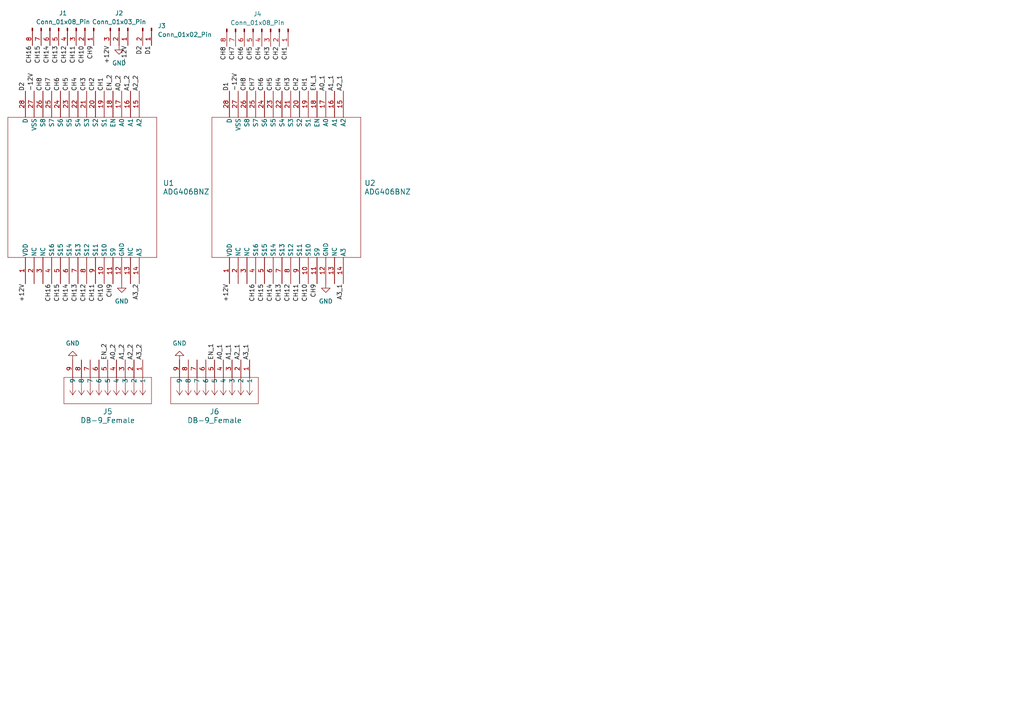
<source format=kicad_sch>
(kicad_sch (version 20230121) (generator eeschema)
  (paper "A4")
  (lib_symbols
    (symbol "ADG406BNZ:ADG406BNZ" (pin_names (offset 0.254))
      (property "Reference" "U" (at 27.94 10.16 0))
      (property "Value" "ADG406BNZ" (at 27.94 7.62 0))
      (symbol "ADG406BNZ_0_1"
        (polyline (pts (xy 7.62 -38.1) (xy 48.26 -38.1)) (stroke (width 0.127)))
        (polyline (pts (xy 7.62 5.08) (xy 7.62 -38.1)) (stroke (width 0.127)))
        (polyline (pts (xy 48.26 -38.1) (xy 48.26 5.08)) (stroke (width 0.127)))
        (polyline (pts (xy 48.26 5.08) (xy 7.62 5.08)) (stroke (width 0.127)))
        (pin power_in line (at 0 0 0) (length 7.62) (name "VDD") (number "1"))
        (pin unspecified line (at 0 -22.86 0) (length 7.62) (name "S10") (number "10"))
        (pin unspecified line (at 0 -25.4 0) (length 7.62) (name "S9") (number "11"))
        (pin unspecified line (at 0 -27.94 0) (length 7.62) (name "GND") (number "12"))
        (pin unspecified line (at 0 -30.48 0) (length 7.62) (name "NC") (number "13"))
        (pin unspecified line (at 0 -33.02 0) (length 7.62) (name "A3") (number "14"))
        (pin unspecified line (at 55.88 -33.02 180) (length 7.62) (name "A2") (number "15"))
        (pin unspecified line (at 55.88 -30.48 180) (length 7.62) (name "A1") (number "16"))
        (pin unspecified line (at 55.88 -27.94 180) (length 7.62) (name "A0") (number "17"))
        (pin unspecified line (at 55.88 -25.4 180) (length 7.62) (name "EN") (number "18"))
        (pin unspecified line (at 55.88 -22.86 180) (length 7.62) (name "S1") (number "19"))
        (pin unspecified line (at 0 -2.54 0) (length 7.62) (name "NC") (number "2"))
        (pin unspecified line (at 55.88 -20.32 180) (length 7.62) (name "S2") (number "20"))
        (pin unspecified line (at 55.88 -17.78 180) (length 7.62) (name "S3") (number "21"))
        (pin unspecified line (at 55.88 -15.24 180) (length 7.62) (name "S4") (number "22"))
        (pin unspecified line (at 55.88 -12.7 180) (length 7.62) (name "S5") (number "23"))
        (pin unspecified line (at 55.88 -10.16 180) (length 7.62) (name "S6") (number "24"))
        (pin unspecified line (at 55.88 -7.62 180) (length 7.62) (name "S7") (number "25"))
        (pin unspecified line (at 55.88 -5.08 180) (length 7.62) (name "S8") (number "26"))
        (pin power_in line (at 55.88 -2.54 180) (length 7.62) (name "VSS") (number "27"))
        (pin unspecified line (at 55.88 0 180) (length 7.62) (name "D") (number "28"))
        (pin unspecified line (at 0 -5.08 0) (length 7.62) (name "NC") (number "3"))
        (pin unspecified line (at 0 -7.62 0) (length 7.62) (name "S16") (number "4"))
        (pin unspecified line (at 0 -10.16 0) (length 7.62) (name "S15") (number "5"))
        (pin unspecified line (at 0 -12.7 0) (length 7.62) (name "S14") (number "6"))
        (pin unspecified line (at 0 -15.24 0) (length 7.62) (name "S13") (number "7"))
        (pin unspecified line (at 0 -17.78 0) (length 7.62) (name "S12") (number "8"))
        (pin unspecified line (at 0 -20.32 0) (length 7.62) (name "S11") (number "9"))
      )
    )
    (symbol "Connector:Conn_01x02_Pin" (pin_names (offset 1.016) hide)
      (property "Reference" "J" (at 0 2.54 0))
      (property "Value" "Conn_01x02_Pin" (at 0 -5.08 0))
      (symbol "Conn_01x02_Pin_1_1"
        (polyline (pts (xy 1.27 -2.54) (xy 0.8636 -2.54)) (stroke (width 0.1524)))
        (polyline (pts (xy 1.27 0) (xy 0.8636 0)) (stroke (width 0.1524)))
        (rectangle (start 0.8636 -2.413) (end 0 -2.667) (stroke (width 0.1524)) (fill (type outline)))
        (rectangle (start 0.8636 0.127) (end 0 -0.127) (stroke (width 0.1524)) (fill (type outline)))
        (pin passive line (at 5.08 0 180) (length 3.81) (name "Pin_1") (number "1"))
        (pin passive line (at 5.08 -2.54 180) (length 3.81) (name "Pin_2") (number "2"))
      )
    )
    (symbol "Connector:Conn_01x03_Pin" (pin_names (offset 1.016) hide)
      (property "Reference" "J" (at 0 5.08 0))
      (property "Value" "Conn_01x03_Pin" (at 0 -5.08 0))
      (symbol "Conn_01x03_Pin_1_1"
        (polyline (pts (xy 1.27 -2.54) (xy 0.8636 -2.54)) (stroke (width 0.1524)))
        (polyline (pts (xy 1.27 0) (xy 0.8636 0)) (stroke (width 0.1524)))
        (polyline (pts (xy 1.27 2.54) (xy 0.8636 2.54)) (stroke (width 0.1524)))
        (rectangle (start 0.8636 -2.413) (end 0 -2.667) (stroke (width 0.1524)) (fill (type outline)))
        (rectangle (start 0.8636 0.127) (end 0 -0.127) (stroke (width 0.1524)) (fill (type outline)))
        (rectangle (start 0.8636 2.667) (end 0 2.413) (stroke (width 0.1524)) (fill (type outline)))
        (pin passive line (at 5.08 2.54 180) (length 3.81) (name "Pin_1") (number "1"))
        (pin passive line (at 5.08 0 180) (length 3.81) (name "Pin_2") (number "2"))
        (pin passive line (at 5.08 -2.54 180) (length 3.81) (name "Pin_3") (number "3"))
      )
    )
    (symbol "Connector:Conn_01x08_Pin" (pin_names (offset 1.016) hide)
      (property "Reference" "J" (at 0 10.16 0))
      (property "Value" "Conn_01x08_Pin" (at 0 -12.7 0))
      (symbol "Conn_01x08_Pin_1_1"
        (polyline (pts (xy 1.27 -10.16) (xy 0.8636 -10.16)) (stroke (width 0.1524)))
        (polyline (pts (xy 1.27 -7.62) (xy 0.8636 -7.62)) (stroke (width 0.1524)))
        (polyline (pts (xy 1.27 -5.08) (xy 0.8636 -5.08)) (stroke (width 0.1524)))
        (polyline (pts (xy 1.27 -2.54) (xy 0.8636 -2.54)) (stroke (width 0.1524)))
        (polyline (pts (xy 1.27 0) (xy 0.8636 0)) (stroke (width 0.1524)))
        (polyline (pts (xy 1.27 2.54) (xy 0.8636 2.54)) (stroke (width 0.1524)))
        (polyline (pts (xy 1.27 5.08) (xy 0.8636 5.08)) (stroke (width 0.1524)))
        (polyline (pts (xy 1.27 7.62) (xy 0.8636 7.62)) (stroke (width 0.1524)))
        (rectangle (start 0.8636 -10.033) (end 0 -10.287) (stroke (width 0.1524)) (fill (type outline)))
        (rectangle (start 0.8636 -7.493) (end 0 -7.747) (stroke (width 0.1524)) (fill (type outline)))
        (rectangle (start 0.8636 -4.953) (end 0 -5.207) (stroke (width 0.1524)) (fill (type outline)))
        (rectangle (start 0.8636 -2.413) (end 0 -2.667) (stroke (width 0.1524)) (fill (type outline)))
        (rectangle (start 0.8636 0.127) (end 0 -0.127) (stroke (width 0.1524)) (fill (type outline)))
        (rectangle (start 0.8636 2.667) (end 0 2.413) (stroke (width 0.1524)) (fill (type outline)))
        (rectangle (start 0.8636 5.207) (end 0 4.953) (stroke (width 0.1524)) (fill (type outline)))
        (rectangle (start 0.8636 7.747) (end 0 7.493) (stroke (width 0.1524)) (fill (type outline)))
        (pin passive line (at 5.08 7.62 180) (length 3.81) (name "Pin_1") (number "1"))
        (pin passive line (at 5.08 5.08 180) (length 3.81) (name "Pin_2") (number "2"))
        (pin passive line (at 5.08 2.54 180) (length 3.81) (name "Pin_3") (number "3"))
        (pin passive line (at 5.08 0 180) (length 3.81) (name "Pin_4") (number "4"))
        (pin passive line (at 5.08 -2.54 180) (length 3.81) (name "Pin_5") (number "5"))
        (pin passive line (at 5.08 -5.08 180) (length 3.81) (name "Pin_6") (number "6"))
        (pin passive line (at 5.08 -7.62 180) (length 3.81) (name "Pin_7") (number "7"))
        (pin passive line (at 5.08 -10.16 180) (length 3.81) (name "Pin_8") (number "8"))
      )
    )
    (symbol "DB-9_Female:DB-9_Female" (pin_names (offset 0.254))
      (property "Reference" "J" (at 8.89 6.35 0))
      (property "Value" "DB-9_Female" (at 0 0 0))
      (symbol "DB-9_Female_1_1"
        (polyline (pts (xy 5.08 -22.86) (xy 12.7 -22.86)) (stroke (width 0.127)))
        (polyline (pts (xy 5.08 2.54) (xy 5.08 -22.86)) (stroke (width 0.127)))
        (polyline (pts (xy 10.16 -20.32) (xy 5.08 -20.32)) (stroke (width 0.127)))
        (polyline (pts (xy 10.16 -20.32) (xy 8.89 -21.1667)) (stroke (width 0.127)))
        (polyline (pts (xy 10.16 -20.32) (xy 8.89 -19.4733)) (stroke (width 0.127)))
        (polyline (pts (xy 10.16 -17.78) (xy 5.08 -17.78)) (stroke (width 0.127)))
        (polyline (pts (xy 10.16 -17.78) (xy 8.89 -18.6267)) (stroke (width 0.127)))
        (polyline (pts (xy 10.16 -17.78) (xy 8.89 -16.9333)) (stroke (width 0.127)))
        (polyline (pts (xy 10.16 -15.24) (xy 5.08 -15.24)) (stroke (width 0.127)))
        (polyline (pts (xy 10.16 -15.24) (xy 8.89 -16.0867)) (stroke (width 0.127)))
        (polyline (pts (xy 10.16 -15.24) (xy 8.89 -14.3933)) (stroke (width 0.127)))
        (polyline (pts (xy 10.16 -12.7) (xy 5.08 -12.7)) (stroke (width 0.127)))
        (polyline (pts (xy 10.16 -12.7) (xy 8.89 -13.5467)) (stroke (width 0.127)))
        (polyline (pts (xy 10.16 -12.7) (xy 8.89 -11.8533)) (stroke (width 0.127)))
        (polyline (pts (xy 10.16 -10.16) (xy 5.08 -10.16)) (stroke (width 0.127)))
        (polyline (pts (xy 10.16 -10.16) (xy 8.89 -11.0067)) (stroke (width 0.127)))
        (polyline (pts (xy 10.16 -10.16) (xy 8.89 -9.3133)) (stroke (width 0.127)))
        (polyline (pts (xy 10.16 -7.62) (xy 5.08 -7.62)) (stroke (width 0.127)))
        (polyline (pts (xy 10.16 -7.62) (xy 8.89 -8.4667)) (stroke (width 0.127)))
        (polyline (pts (xy 10.16 -7.62) (xy 8.89 -6.7733)) (stroke (width 0.127)))
        (polyline (pts (xy 10.16 -5.08) (xy 5.08 -5.08)) (stroke (width 0.127)))
        (polyline (pts (xy 10.16 -5.08) (xy 8.89 -5.9267)) (stroke (width 0.127)))
        (polyline (pts (xy 10.16 -5.08) (xy 8.89 -4.2333)) (stroke (width 0.127)))
        (polyline (pts (xy 10.16 -2.54) (xy 5.08 -2.54)) (stroke (width 0.127)))
        (polyline (pts (xy 10.16 -2.54) (xy 8.89 -3.3867)) (stroke (width 0.127)))
        (polyline (pts (xy 10.16 -2.54) (xy 8.89 -1.6933)) (stroke (width 0.127)))
        (polyline (pts (xy 10.16 0) (xy 5.08 0)) (stroke (width 0.127)))
        (polyline (pts (xy 10.16 0) (xy 8.89 -0.8467)) (stroke (width 0.127)))
        (polyline (pts (xy 10.16 0) (xy 8.89 0.8467)) (stroke (width 0.127)))
        (polyline (pts (xy 12.7 -22.86) (xy 12.7 2.54)) (stroke (width 0.127)))
        (polyline (pts (xy 12.7 2.54) (xy 5.08 2.54)) (stroke (width 0.127)))
        (pin unspecified line (at 0 0 0) (length 5.08) (name "1") (number "1"))
        (pin unspecified line (at 0 -2.54 0) (length 5.08) (name "2") (number "2"))
        (pin unspecified line (at 0 -5.08 0) (length 5.08) (name "3") (number "3"))
        (pin unspecified line (at 0 -7.62 0) (length 5.08) (name "4") (number "4"))
        (pin unspecified line (at 0 -10.16 0) (length 5.08) (name "5") (number "5"))
        (pin unspecified line (at 0 -12.7 0) (length 5.08) (name "6") (number "6"))
        (pin unspecified line (at 0 -15.24 0) (length 5.08) (name "7") (number "7"))
        (pin unspecified line (at 0 -17.78 0) (length 5.08) (name "8") (number "8"))
        (pin unspecified line (at 0 -20.32 0) (length 5.08) (name "9") (number "9"))
      )
      (symbol "DB-9_Female_1_2"
        (polyline (pts (xy 5.08 -22.86) (xy 12.7 -22.86)) (stroke (width 0.127)))
        (polyline (pts (xy 5.08 2.54) (xy 5.08 -22.86)) (stroke (width 0.127)))
        (polyline (pts (xy 7.62 -20.32) (xy 5.08 -20.32)) (stroke (width 0.127)))
        (polyline (pts (xy 7.62 -20.32) (xy 8.89 -21.1667)) (stroke (width 0.127)))
        (polyline (pts (xy 7.62 -20.32) (xy 8.89 -19.4733)) (stroke (width 0.127)))
        (polyline (pts (xy 7.62 -17.78) (xy 5.08 -17.78)) (stroke (width 0.127)))
        (polyline (pts (xy 7.62 -17.78) (xy 8.89 -18.6267)) (stroke (width 0.127)))
        (polyline (pts (xy 7.62 -17.78) (xy 8.89 -16.9333)) (stroke (width 0.127)))
        (polyline (pts (xy 7.62 -15.24) (xy 5.08 -15.24)) (stroke (width 0.127)))
        (polyline (pts (xy 7.62 -15.24) (xy 8.89 -16.0867)) (stroke (width 0.127)))
        (polyline (pts (xy 7.62 -15.24) (xy 8.89 -14.3933)) (stroke (width 0.127)))
        (polyline (pts (xy 7.62 -12.7) (xy 5.08 -12.7)) (stroke (width 0.127)))
        (polyline (pts (xy 7.62 -12.7) (xy 8.89 -13.5467)) (stroke (width 0.127)))
        (polyline (pts (xy 7.62 -12.7) (xy 8.89 -11.8533)) (stroke (width 0.127)))
        (polyline (pts (xy 7.62 -10.16) (xy 5.08 -10.16)) (stroke (width 0.127)))
        (polyline (pts (xy 7.62 -10.16) (xy 8.89 -11.0067)) (stroke (width 0.127)))
        (polyline (pts (xy 7.62 -10.16) (xy 8.89 -9.3133)) (stroke (width 0.127)))
        (polyline (pts (xy 7.62 -7.62) (xy 5.08 -7.62)) (stroke (width 0.127)))
        (polyline (pts (xy 7.62 -7.62) (xy 8.89 -8.4667)) (stroke (width 0.127)))
        (polyline (pts (xy 7.62 -7.62) (xy 8.89 -6.7733)) (stroke (width 0.127)))
        (polyline (pts (xy 7.62 -5.08) (xy 5.08 -5.08)) (stroke (width 0.127)))
        (polyline (pts (xy 7.62 -5.08) (xy 8.89 -5.9267)) (stroke (width 0.127)))
        (polyline (pts (xy 7.62 -5.08) (xy 8.89 -4.2333)) (stroke (width 0.127)))
        (polyline (pts (xy 7.62 -2.54) (xy 5.08 -2.54)) (stroke (width 0.127)))
        (polyline (pts (xy 7.62 -2.54) (xy 8.89 -3.3867)) (stroke (width 0.127)))
        (polyline (pts (xy 7.62 -2.54) (xy 8.89 -1.6933)) (stroke (width 0.127)))
        (polyline (pts (xy 7.62 0) (xy 5.08 0)) (stroke (width 0.127)))
        (polyline (pts (xy 7.62 0) (xy 8.89 -0.8467)) (stroke (width 0.127)))
        (polyline (pts (xy 7.62 0) (xy 8.89 0.8467)) (stroke (width 0.127)))
        (polyline (pts (xy 12.7 -22.86) (xy 12.7 2.54)) (stroke (width 0.127)))
        (polyline (pts (xy 12.7 2.54) (xy 5.08 2.54)) (stroke (width 0.127)))
        (pin unspecified line (at 0 0 0) (length 5.08) (name "1") (number "1"))
        (pin unspecified line (at 0 -2.54 0) (length 5.08) (name "2") (number "2"))
        (pin unspecified line (at 0 -5.08 0) (length 5.08) (name "3") (number "3"))
        (pin unspecified line (at 0 -7.62 0) (length 5.08) (name "4") (number "4"))
        (pin unspecified line (at 0 -10.16 0) (length 5.08) (name "5") (number "5"))
        (pin unspecified line (at 0 -12.7 0) (length 5.08) (name "6") (number "6"))
        (pin unspecified line (at 0 -15.24 0) (length 5.08) (name "7") (number "7"))
        (pin unspecified line (at 0 -17.78 0) (length 5.08) (name "8") (number "8"))
        (pin unspecified line (at 0 -20.32 0) (length 5.08) (name "9") (number "9"))
      )
    )
    (symbol "power:GND" (power) (pin_names (offset 0))
      (property "Value" "GND" (at 0 -3.81 0))
      (symbol "GND_0_1"
        (polyline (pts (xy 0 0) (xy 0 -1.27) (xy 1.27 -1.27) (xy 0 -2.54) (xy -1.27 -1.27) (xy 0 -1.27)))
      )
      (symbol "GND_1_1"
        (pin power_in line (at 0 0 270) (length 0) hide (name "GND") (number "1"))
      )
    )
  )
  (label "A0_2" (at 35.306 26.416 90))
  (label "A3_2" (at 41.402 104.394 90))
  (label "A0_1" (at 64.77 104.394 90))
  (label "CH1" (at 89.408 26.416 90))
  (label "CH9" (at 91.948 82.296 270))
  (label "A2_1" (at 69.85 104.394 90))
  (label "CH2" (at 81.026 13.462 270))
  (label "CH14" (at 79.248 82.296 270))
  (label "CH11" (at 27.686 82.296 270))
  (label "CH1" (at 30.226 26.416 90))
  (label "A0_2" (at 33.782 104.394 90))
  (label "CH13" (at 22.606 82.296 270))
  (label "CH9" (at 27.178 13.208 270))
  (label "CH2" (at 86.868 26.416 90))
  (label "D2" (at 41.402 13.208 270))
  (label "EN_1" (at 91.948 26.416 90))
  (label "A1_2" (at 36.322 104.394 90))
  (label "A0_1" (at 94.488 26.416 90))
  (label "A3_2" (at 40.386 82.296 270))
  (label "CH7" (at 68.326 13.462 270))
  (label "A3_1" (at 99.568 82.296 270))
  (label "CH6" (at 17.526 26.416 90))
  (label "A2_1" (at 99.568 26.416 90))
  (label "CH10" (at 30.226 82.296 270))
  (label "CH2" (at 27.686 26.416 90))
  (label "A1_2" (at 37.846 26.416 90))
  (label "CH15" (at 17.526 82.296 270))
  (label "CH7" (at 74.168 26.416 90))
  (label "A2_2" (at 38.862 104.394 90))
  (label "CH3" (at 25.146 26.416 90))
  (label "A2_2" (at 40.386 26.416 90))
  (label "CH8" (at 12.446 26.416 90))
  (label "-12V" (at 37.084 13.208 270))
  (label "CH4" (at 22.606 26.416 90))
  (label "CH13" (at 81.788 82.296 270))
  (label "D2" (at 7.366 26.416 90))
  (label "+12V" (at 32.004 13.208 270))
  (label "CH5" (at 20.066 26.416 90))
  (label "A1_1" (at 97.028 26.416 90))
  (label "CH9" (at 32.766 82.296 270))
  (label "D1" (at 66.548 26.416 90))
  (label "CH8" (at 71.628 26.416 90))
  (label "CH11" (at 22.098 13.208 270))
  (label "CH16" (at 14.986 82.296 270))
  (label "CH10" (at 89.408 82.296 270))
  (label "CH14" (at 14.478 13.208 270))
  (label "CH4" (at 81.788 26.416 90))
  (label "EN_2" (at 31.242 104.394 90))
  (label "CH8" (at 65.786 13.462 270))
  (label "EN_2" (at 32.766 26.416 90))
  (label "CH6" (at 70.866 13.462 270))
  (label "CH12" (at 19.558 13.208 270))
  (label "CH11" (at 86.868 82.296 270))
  (label "CH13" (at 17.018 13.208 270))
  (label "CH3" (at 78.486 13.462 270))
  (label "CH15" (at 11.938 13.208 270))
  (label "CH15" (at 76.708 82.296 270))
  (label "A3_1" (at 72.39 104.394 90))
  (label "-12V" (at 9.906 26.416 90))
  (label "CH16" (at 9.398 13.208 270))
  (label "D1" (at 43.942 13.208 270))
  (label "CH5" (at 79.248 26.416 90))
  (label "CH12" (at 25.146 82.296 270))
  (label "CH3" (at 84.328 26.416 90))
  (label "EN_1" (at 62.23 104.394 90))
  (label "+12V" (at 66.548 82.296 270))
  (label "CH7" (at 14.986 26.416 90))
  (label "CH6" (at 76.708 26.416 90))
  (label "CH10" (at 24.638 13.208 270))
  (label "CH5" (at 73.406 13.462 270))
  (label "CH1" (at 83.566 13.462 270))
  (label "CH14" (at 20.066 82.296 270))
  (label "A1_1" (at 67.31 104.394 90))
  (label "+12V" (at 7.366 82.296 270))
  (label "CH12" (at 84.328 82.296 270))
  (label "-12V" (at 69.088 26.416 90))
  (label "CH16" (at 74.168 82.296 270))
  (label "CH4" (at 75.946 13.462 270))
  (symbol (lib_id "DB-9_Female:DB-9_Female") (at 41.402 104.394 270) (unit 1)
    (property "Reference" "J5" (at 31.242 119.38 90) (effects (font (size 1.524 1.524))))
    (property "Value" "DB-9_Female" (at 31.242 121.92 90) (effects (font (size 1.524 1.524))))
    (property "Footprint" "DB-9_Female:DB-9_Female" (effects hide))
    (property "Datasheet" "LD09P13A4GX00LF" (effects hide))
  )
  (symbol (lib_id "DB-9_Female:DB-9_Female") (at 72.39 104.394 270) (unit 1)
    (property "Reference" "J6" (at 62.23 119.38 90) (effects (font (size 1.524 1.524))))
    (property "Value" "DB-9_Female" (at 62.23 121.92 90) (effects (font (size 1.524 1.524))))
    (property "Footprint" "DB-9_Female:DB-9_Female" (effects hide))
    (property "Datasheet" "LD09P13A4GX00LF" (effects hide))
  )
  (symbol (lib_id "Connector:Conn_01x03_Pin") (at 34.544 8.128 270) (unit 1)
    (property "Reference" "J2" (at 34.544 3.81 90))
    (property "Value" "Conn_01x03_Pin" (at 34.544 6.35 90))
    (property "Footprint" "Connector_PinHeader_2.54mm:PinHeader_1x03_P2.54mm_Vertical" (effects hide))
  )
  (symbol (lib_id "power:GND") (at 21.082 104.394 180) (unit 1)
    (property "Reference" "#PWR04" (effects hide))
    (property "Value" "GND" (at 21.082 99.568 0))
  )
  (symbol (lib_id "Connector:Conn_01x02_Pin") (at 43.942 8.128 270) (unit 1)
    (property "Reference" "J3" (at 45.72 7.493 90) (effects (justify left)))
    (property "Value" "Conn_01x02_Pin" (at 45.72 10.033 90) (effects (justify left)))
    (property "Footprint" "Connector_PinHeader_2.54mm:PinHeader_1x02_P2.54mm_Vertical" (effects hide))
  )
  (symbol (lib_id "power:GND") (at 34.544 13.208 0) (unit 1)
    (property "Reference" "#PWR01" (effects hide))
    (property "Value" "GND" (at 34.544 18.288 0))
  )
  (symbol (lib_id "power:GND") (at 94.488 82.296 0) (unit 1)
    (property "Reference" "#PWR03" (effects hide))
    (property "Value" "GND" (at 94.488 87.376 0))
  )
  (symbol (lib_id "power:GND") (at 52.07 104.394 180) (unit 1)
    (property "Reference" "#PWR05" (effects hide))
    (property "Value" "GND" (at 52.07 99.568 0))
  )
  (symbol (lib_id "Connector:Conn_01x08_Pin") (at 19.558 8.128 270) (unit 1)
    (property "Reference" "J1" (at 18.288 3.81 90))
    (property "Value" "Conn_01x08_Pin" (at 18.288 6.35 90))
    (property "Footprint" "Connector_PinHeader_2.54mm:PinHeader_1x08_P2.54mm_Vertical" (effects hide))
  )
  (symbol (lib_id "power:GND") (at 35.306 82.296 0) (unit 1)
    (property "Reference" "#PWR02" (effects hide))
    (property "Value" "GND" (at 35.306 87.376 0))
  )
  (symbol (lib_id "ADG406BNZ:ADG406BNZ") (at 7.366 82.296 90) (unit 1)
    (property "Reference" "U1" (at 47.244 53.086 90) (effects (font (size 1.524 1.524)) (justify right)))
    (property "Value" "ADG406BNZ" (at 47.244 55.626 90) (effects (font (size 1.524 1.524)) (justify right)))
    (property "Footprint" "ADG406BNZ:ADG406BNZ" (effects hide))
    (property "Datasheet" "ADG406BNZ" (effects hide))
  )
  (symbol (lib_id "ADG406BNZ:ADG406BNZ") (at 66.548 82.296 90) (unit 1)
    (property "Reference" "U2" (at 105.664 53.086 90) (effects (font (size 1.524 1.524)) (justify right)))
    (property "Value" "ADG406BNZ" (at 105.664 55.626 90) (effects (font (size 1.524 1.524)) (justify right)))
    (property "Footprint" "ADG406BNZ:ADG406BNZ" (effects hide))
    (property "Datasheet" "ADG406BNZ" (effects hide))
  )
  (symbol (lib_id "Connector:Conn_01x08_Pin") (at 75.946 8.382 270) (unit 1)
    (property "Reference" "J4" (at 74.676 4.064 90))
    (property "Value" "Conn_01x08_Pin" (at 74.676 6.604 90))
    (property "Footprint" "Connector_PinHeader_2.54mm:PinHeader_1x08_P2.54mm_Vertical" (effects hide))
  )
)
</source>
